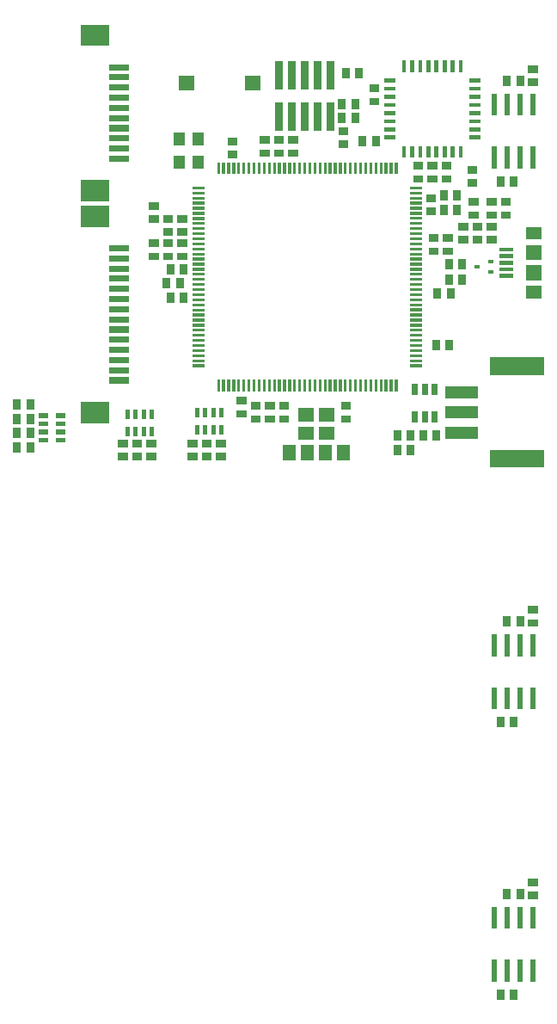
<source format=gbr>
G04 start of page 11 for group -4015 idx -4015 *
G04 Title: fet12logic, toppaste *
G04 Creator: pcb 20140316 *
G04 CreationDate: Thu 12 Apr 2018 02:45:11 AM GMT UTC *
G04 For: brian *
G04 Format: Gerber/RS-274X *
G04 PCB-Dimensions (mil): 6000.00 5000.00 *
G04 PCB-Coordinate-Origin: lower left *
%MOIN*%
%FSLAX25Y25*%
%LNTOPPASTE*%
%ADD129R,0.0512X0.0512*%
%ADD128R,0.0177X0.0177*%
%ADD127R,0.0827X0.0827*%
%ADD126R,0.0110X0.0110*%
%ADD125R,0.0290X0.0290*%
%ADD124R,0.0236X0.0236*%
%ADD123R,0.0669X0.0669*%
%ADD122R,0.0157X0.0157*%
%ADD121R,0.0200X0.0200*%
%ADD120R,0.0551X0.0551*%
%ADD119R,0.0413X0.0413*%
%ADD118R,0.0591X0.0591*%
%ADD117R,0.0472X0.0472*%
%ADD116R,0.0157X0.0157*%
%ADD115R,0.0140X0.0140*%
%ADD114R,0.0295X0.0295*%
G54D114*X360008Y323941D02*X360992D01*
X360008Y329059D02*X360992D01*
X346441Y261492D02*Y260508D01*
X351559Y261492D02*Y260508D01*
X346941Y281492D02*Y280508D01*
X352059Y281492D02*Y280508D01*
X311008Y237559D02*X311992D01*
X311008Y232441D02*X311992D01*
G54D115*X367250Y293469D02*X367848D01*
X367250Y289531D02*X367848D01*
X362152Y291500D02*X362750D01*
G54D116*X371791Y287882D02*X375531D01*
X371791Y290441D02*X375531D01*
X371791Y293000D02*X375531D01*
X371791Y295559D02*X375531D01*
X371791Y298118D02*X375531D01*
G54D117*X383602Y304417D02*X384980D01*
X383602Y281583D02*X384980D01*
G54D118*X384193Y296937D02*X384390D01*
X384193Y289063D02*X384390D01*
G54D114*X356559Y292992D02*Y292008D01*
X351441Y292992D02*Y292008D01*
X356559Y286992D02*Y286008D01*
X351441Y286992D02*Y286008D01*
G54D119*X254142Y341520D02*Y340535D01*
Y332465D02*Y331480D01*
X246858Y332465D02*Y331480D01*
Y341520D02*Y340535D01*
G54D120*X275098Y362500D02*X275492D01*
X249508D02*X249902D01*
G54D114*X267008Y334941D02*X267992D01*
X267008Y340059D02*X267992D01*
G54D121*X369000Y337000D02*Y330500D01*
X374000Y337000D02*Y330500D01*
X379000Y337000D02*Y330500D01*
X384000Y337000D02*Y330500D01*
Y357500D02*Y351000D01*
X379000Y357500D02*Y351000D01*
X374000Y357500D02*Y351000D01*
X369000Y357500D02*Y351000D01*
G54D114*X383508Y362941D02*X384492D01*
X383508Y368059D02*X384492D01*
X376559Y324992D02*Y324008D01*
X371441Y324992D02*Y324008D01*
X379059Y363992D02*Y363008D01*
X373941Y363992D02*Y363008D01*
X317941Y340492D02*Y339508D01*
X323059Y340492D02*Y339508D01*
X322008Y355441D02*X322992D01*
X322008Y360559D02*X322992D01*
X315059Y354992D02*Y354008D01*
X309941Y354992D02*Y354008D01*
X310008Y338941D02*X310992D01*
X310008Y344059D02*X310992D01*
X309941Y349492D02*Y348508D01*
X315059Y349492D02*Y348508D01*
X311441Y366992D02*Y366008D01*
X316559Y366992D02*Y366008D01*
G54D122*X356023Y370492D02*Y367566D01*
X352874Y370492D02*Y367566D01*
X349724Y370492D02*Y367566D01*
X346575Y370492D02*Y367566D01*
X343425Y370492D02*Y367566D01*
X340275Y370492D02*Y367566D01*
X337126Y370492D02*Y367566D01*
X333976Y370492D02*Y367566D01*
X327008Y363523D02*X329934D01*
X327008Y360374D02*X329934D01*
X327008Y357224D02*X329934D01*
X327008Y354075D02*X329934D01*
X327008Y350925D02*X329934D01*
X327008Y347775D02*X329934D01*
X327008Y344626D02*X329934D01*
X327008Y341476D02*X329934D01*
X333977Y337434D02*Y334508D01*
X337126Y337434D02*Y334508D01*
X340276Y337434D02*Y334508D01*
X343425Y337434D02*Y334508D01*
X346575Y337434D02*Y334508D01*
X349725Y337434D02*Y334508D01*
X352874Y337434D02*Y334508D01*
X356024Y337434D02*Y334508D01*
X360066Y341477D02*X362992D01*
X360066Y344626D02*X362992D01*
X360066Y347776D02*X362992D01*
X360066Y350925D02*X362992D01*
X360066Y354075D02*X362992D01*
X360066Y357225D02*X362992D01*
X360066Y360374D02*X362992D01*
X360066Y363524D02*X362992D01*
G54D117*X352315Y227126D02*X360189D01*
X352315Y235000D02*X360189D01*
X352315Y242874D02*X360189D01*
G54D123*X370740Y252913D02*X384913D01*
X370740Y217087D02*X384913D01*
G54D114*X331441Y220992D02*Y220008D01*
X336559Y220992D02*Y220008D01*
X331441Y226492D02*Y225508D01*
X336559Y226492D02*Y225508D01*
X341441Y226492D02*Y225508D01*
X346559Y226492D02*Y225508D01*
G54D124*X338260Y244799D02*Y242831D01*
X342000Y244799D02*Y242831D01*
X345740Y244799D02*Y242831D01*
Y234169D02*Y232201D01*
X342000Y234169D02*Y232201D01*
X338260Y234169D02*Y232201D01*
G54D114*X270508Y239559D02*X271492D01*
X270508Y234441D02*X271492D01*
X345008Y297441D02*X345992D01*
X345008Y302559D02*X345992D01*
X350508Y297441D02*X351492D01*
X350508Y302559D02*X351492D01*
X344008Y312941D02*X344992D01*
X344008Y318059D02*X344992D01*
X354559Y319492D02*Y318508D01*
X349441Y319492D02*Y318508D01*
X354559Y313992D02*Y313008D01*
X349441Y313992D02*Y313008D01*
X367508Y307059D02*X368492D01*
X367508Y301941D02*X368492D01*
X362008D02*X362992D01*
X362008Y307059D02*X362992D01*
X356508Y301941D02*X357492D01*
X356508Y307059D02*X357492D01*
X360508Y316559D02*X361492D01*
X360508Y311441D02*X361492D01*
X339008Y330559D02*X339992D01*
X339008Y325441D02*X339992D01*
X350008D02*X350992D01*
X350008Y330559D02*X350992D01*
X344508D02*X345492D01*
X344508Y325441D02*X345492D01*
X279508Y335441D02*X280492D01*
X279508Y340559D02*X280492D01*
X290508Y335441D02*X291492D01*
X290508Y340559D02*X291492D01*
X285008Y335441D02*X285992D01*
X285008Y340559D02*X285992D01*
X248559Y290992D02*Y290008D01*
X243441Y290992D02*Y290008D01*
X248559Y279992D02*Y279008D01*
X243441Y279992D02*Y279008D01*
X247059Y285492D02*Y284508D01*
X241941Y285492D02*Y284508D01*
X247508Y295441D02*X248492D01*
X247508Y300559D02*X248492D01*
X236508Y295441D02*X237492D01*
X236508Y300559D02*X237492D01*
X242008Y295441D02*X242992D01*
X242008Y300559D02*X242992D01*
X236508Y309941D02*X237492D01*
X236508Y315059D02*X237492D01*
X247508Y310059D02*X248492D01*
X247508Y304941D02*X248492D01*
X242008Y310059D02*X242992D01*
X242008Y304941D02*X242992D01*
X373008Y311441D02*X373992D01*
X373008Y316559D02*X373992D01*
X367508D02*X368492D01*
X367508Y311441D02*X368492D01*
G54D125*X305500Y369550D02*Y361450D01*
X300500Y369550D02*Y361450D01*
X295500Y369550D02*Y361450D01*
X290500Y369550D02*Y361450D01*
X285500Y369550D02*Y361450D01*
X305500Y353550D02*Y345450D01*
X300500Y353550D02*Y345450D01*
X295500Y353550D02*Y345450D01*
X290500Y353550D02*Y345450D01*
X285500Y353550D02*Y345450D01*
G54D126*X336921Y253052D02*X340319D01*
X336921Y255020D02*X340319D01*
X336921Y256989D02*X340319D01*
X336921Y258957D02*X340319D01*
X336921Y260926D02*X340319D01*
X336921Y262894D02*X340319D01*
X336921Y264863D02*X340319D01*
X336921Y266831D02*X340319D01*
X336921Y268800D02*X340319D01*
X336921Y270768D02*X340319D01*
X336921Y272737D02*X340319D01*
X336921Y274705D02*X340319D01*
X336921Y276674D02*X340319D01*
X336921Y278642D02*X340319D01*
X336921Y280611D02*X340319D01*
X336921Y282579D02*X340319D01*
X336921Y284548D02*X340319D01*
X336921Y286516D02*X340319D01*
X336921Y288485D02*X340319D01*
X336921Y290453D02*X340319D01*
X336921Y292422D02*X340319D01*
X336921Y294390D02*X340319D01*
X336921Y296359D02*X340319D01*
X336921Y298327D02*X340319D01*
X336921Y300296D02*X340319D01*
X336921Y302264D02*X340319D01*
X336921Y304233D02*X340319D01*
X336921Y306201D02*X340319D01*
X336921Y308170D02*X340319D01*
X336921Y310138D02*X340319D01*
X336921Y312107D02*X340319D01*
X336921Y314075D02*X340319D01*
X336921Y316044D02*X340319D01*
X336921Y318012D02*X340319D01*
X336921Y319981D02*X340319D01*
X336921Y321949D02*X340319D01*
X330948Y331319D02*Y327921D01*
X328980Y331319D02*Y327921D01*
X327011Y331319D02*Y327921D01*
X325043Y331319D02*Y327921D01*
X323074Y331319D02*Y327921D01*
X321106Y331319D02*Y327921D01*
X319137Y331319D02*Y327921D01*
X317169Y331319D02*Y327921D01*
X315200Y331319D02*Y327921D01*
X313232Y331319D02*Y327921D01*
X311263Y331319D02*Y327921D01*
X309295Y331319D02*Y327921D01*
X307326Y331319D02*Y327921D01*
X305358Y331319D02*Y327921D01*
X303389Y331319D02*Y327921D01*
X301421Y331319D02*Y327921D01*
X299452Y331319D02*Y327921D01*
X297484Y331319D02*Y327921D01*
X295515Y331319D02*Y327921D01*
X293547Y331319D02*Y327921D01*
X291578Y331319D02*Y327921D01*
X289610Y331319D02*Y327921D01*
X287641Y331319D02*Y327921D01*
X285673Y331319D02*Y327921D01*
X283704Y331319D02*Y327921D01*
X281736Y331319D02*Y327921D01*
X279767Y331319D02*Y327921D01*
X277799Y331319D02*Y327921D01*
X275830Y331319D02*Y327921D01*
X273862Y331319D02*Y327921D01*
X271893Y331319D02*Y327921D01*
X269925Y331319D02*Y327921D01*
X267956Y331319D02*Y327921D01*
X265988Y331319D02*Y327921D01*
X264019Y331319D02*Y327921D01*
X262051Y331319D02*Y327921D01*
X252681Y321948D02*X256079D01*
X252681Y319980D02*X256079D01*
X252681Y318011D02*X256079D01*
X252681Y316043D02*X256079D01*
X252681Y314074D02*X256079D01*
X252681Y312106D02*X256079D01*
X252681Y310137D02*X256079D01*
X252681Y308169D02*X256079D01*
X252681Y306200D02*X256079D01*
X252681Y304232D02*X256079D01*
X252681Y302263D02*X256079D01*
X252681Y300295D02*X256079D01*
X252681Y298326D02*X256079D01*
X252681Y296358D02*X256079D01*
X252681Y294389D02*X256079D01*
X252681Y292421D02*X256079D01*
X252681Y290452D02*X256079D01*
X252681Y288484D02*X256079D01*
X252681Y286515D02*X256079D01*
X252681Y284547D02*X256079D01*
X252681Y282578D02*X256079D01*
X252681Y280610D02*X256079D01*
X252681Y278641D02*X256079D01*
X252681Y276673D02*X256079D01*
X252681Y274704D02*X256079D01*
X252681Y272736D02*X256079D01*
X252681Y270767D02*X256079D01*
X252681Y268799D02*X256079D01*
X252681Y266830D02*X256079D01*
X252681Y264862D02*X256079D01*
X252681Y262893D02*X256079D01*
X252681Y260925D02*X256079D01*
X252681Y258956D02*X256079D01*
X252681Y256988D02*X256079D01*
X252681Y255019D02*X256079D01*
X252681Y253051D02*X256079D01*
X262052Y247079D02*Y243681D01*
X264020Y247079D02*Y243681D01*
X265989Y247079D02*Y243681D01*
X267957Y247079D02*Y243681D01*
X269926Y247079D02*Y243681D01*
X271894Y247079D02*Y243681D01*
X273863Y247079D02*Y243681D01*
X275831Y247079D02*Y243681D01*
X277800Y247079D02*Y243681D01*
X279768Y247079D02*Y243681D01*
X281737Y247079D02*Y243681D01*
X283705Y247079D02*Y243681D01*
X285674Y247079D02*Y243681D01*
X287642Y247079D02*Y243681D01*
X289611Y247079D02*Y243681D01*
X291579Y247079D02*Y243681D01*
X293548Y247079D02*Y243681D01*
X295516Y247079D02*Y243681D01*
X297485Y247079D02*Y243681D01*
X299453Y247079D02*Y243681D01*
X301422Y247079D02*Y243681D01*
X303390Y247079D02*Y243681D01*
X305359Y247079D02*Y243681D01*
X307327Y247079D02*Y243681D01*
X309296Y247079D02*Y243681D01*
X311264Y247079D02*Y243681D01*
X313233Y247079D02*Y243681D01*
X315201Y247079D02*Y243681D01*
X317170Y247079D02*Y243681D01*
X319138Y247079D02*Y243681D01*
X321107Y247079D02*Y243681D01*
X323075Y247079D02*Y243681D01*
X325044Y247079D02*Y243681D01*
X327012Y247079D02*Y243681D01*
X328981Y247079D02*Y243681D01*
X330949Y247079D02*Y243681D01*
G54D114*X287008Y237559D02*X287992D01*
X287008Y232441D02*X287992D01*
X276008Y237559D02*X276992D01*
X276008Y232441D02*X276992D01*
X281508Y237559D02*X282492D01*
X281508Y232441D02*X282492D01*
G54D124*X220941Y368717D02*X226059D01*
X220941Y364780D02*X226059D01*
X220941Y360843D02*X226059D01*
X220941Y356906D02*X226059D01*
X220941Y352969D02*X226059D01*
X220941Y349031D02*X226059D01*
X220941Y345094D02*X226059D01*
X220941Y341157D02*X226059D01*
X220941Y337220D02*X226059D01*
X220941Y333283D02*X226059D01*
G54D127*X212870Y320882D02*X215626D01*
X212870Y381118D02*X215626D01*
G54D124*X220941Y298591D02*X226059D01*
X220941Y294654D02*X226059D01*
X220941Y290717D02*X226059D01*
X220941Y286780D02*X226059D01*
X220941Y282843D02*X226059D01*
X220941Y278906D02*X226059D01*
X220941Y274969D02*X226059D01*
X220941Y271031D02*X226059D01*
X220941Y267094D02*X226059D01*
X220941Y263157D02*X226059D01*
X220941Y259220D02*X226059D01*
X220941Y255283D02*X226059D01*
X220941Y251346D02*X226059D01*
X220941Y247409D02*X226059D01*
G54D127*X212870Y235008D02*X215626D01*
X212870Y310992D02*X215626D01*
G54D121*X369000Y127500D02*Y121000D01*
X374000Y127500D02*Y121000D01*
X379000Y127500D02*Y121000D01*
X384000Y127500D02*Y121000D01*
Y148000D02*Y141500D01*
X379000Y148000D02*Y141500D01*
X374000Y148000D02*Y141500D01*
X369000Y148000D02*Y141500D01*
G54D114*X383508Y153441D02*X384492D01*
X383508Y158559D02*X384492D01*
X376559Y115492D02*Y114508D01*
X371441Y115492D02*Y114508D01*
X379059Y154492D02*Y153508D01*
X373941Y154492D02*Y153508D01*
G54D121*X369000Y22000D02*Y15500D01*
X374000Y22000D02*Y15500D01*
X379000Y22000D02*Y15500D01*
X384000Y22000D02*Y15500D01*
Y42500D02*Y36000D01*
X379000Y42500D02*Y36000D01*
X374000Y42500D02*Y36000D01*
X369000Y42500D02*Y36000D01*
G54D114*X383508Y47941D02*X384492D01*
X383508Y53059D02*X384492D01*
X376559Y9992D02*Y9008D01*
X371441Y9992D02*Y9008D01*
X379059Y48992D02*Y48008D01*
X373941Y48992D02*Y48008D01*
X189059Y221992D02*Y221008D01*
X183941Y221992D02*Y221008D01*
X189059Y227492D02*Y226508D01*
X183941Y227492D02*Y226508D01*
X189059Y232992D02*Y232008D01*
X183941Y232992D02*Y232008D01*
X189059Y238492D02*Y237508D01*
X183941Y238492D02*Y237508D01*
X262508Y223059D02*X263492D01*
X262508Y217941D02*X263492D01*
X251508Y223059D02*X252492D01*
X251508Y217941D02*X252492D01*
X257008Y223059D02*X257992D01*
X257008Y217941D02*X257992D01*
G54D128*X253776Y235732D02*Y233961D01*
Y229039D02*Y227268D01*
X256925Y235732D02*Y233961D01*
Y229039D02*Y227268D01*
X260075Y235732D02*Y233961D01*
Y229039D02*Y227268D01*
X263224Y235732D02*Y233961D01*
Y229039D02*Y227268D01*
G54D114*X224508Y223059D02*X225492D01*
X224508Y217941D02*X225492D01*
X230008Y223059D02*X230992D01*
X230008Y217941D02*X230992D01*
X235508Y223059D02*X236492D01*
X235508Y217941D02*X236492D01*
G54D128*X226776Y235232D02*Y233461D01*
Y228539D02*Y226768D01*
X229925Y235232D02*Y233461D01*
Y228539D02*Y226768D01*
X233075Y235232D02*Y233461D01*
Y228539D02*Y226768D01*
X236224Y235232D02*Y233461D01*
Y228539D02*Y226768D01*
G54D129*X289457Y219893D02*Y219107D01*
X296543Y219893D02*Y219107D01*
X295607Y234043D02*X296393D01*
X295607Y226957D02*X296393D01*
X303607Y234043D02*X304393D01*
X303607Y226957D02*X304393D01*
X310543Y219893D02*Y219107D01*
X303457Y219893D02*Y219107D01*
G54D128*X199961Y233724D02*X201732D01*
X193268D02*X195039D01*
X199961Y230575D02*X201732D01*
X193268D02*X195039D01*
X199961Y227425D02*X201732D01*
X193268D02*X195039D01*
X199961Y224276D02*X201732D01*
X193268D02*X195039D01*
M02*

</source>
